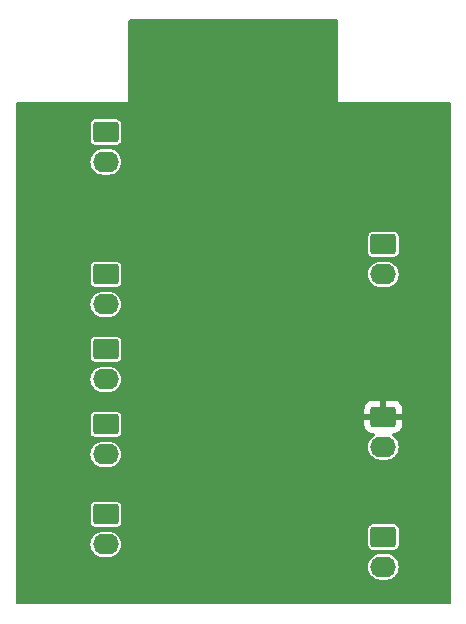
<source format=gbr>
%TF.GenerationSoftware,KiCad,Pcbnew,(6.0.1-0)*%
%TF.CreationDate,2024-04-12T07:51:10-04:00*%
%TF.ProjectId,Supertime External Trigger,53757065-7274-4696-9d65-204578746572,rev?*%
%TF.SameCoordinates,Original*%
%TF.FileFunction,Copper,L2,Bot*%
%TF.FilePolarity,Positive*%
%FSLAX46Y46*%
G04 Gerber Fmt 4.6, Leading zero omitted, Abs format (unit mm)*
G04 Created by KiCad (PCBNEW (6.0.1-0)) date 2024-04-12 07:51:10*
%MOMM*%
%LPD*%
G01*
G04 APERTURE LIST*
G04 Aperture macros list*
%AMRoundRect*
0 Rectangle with rounded corners*
0 $1 Rounding radius*
0 $2 $3 $4 $5 $6 $7 $8 $9 X,Y pos of 4 corners*
0 Add a 4 corners polygon primitive as box body*
4,1,4,$2,$3,$4,$5,$6,$7,$8,$9,$2,$3,0*
0 Add four circle primitives for the rounded corners*
1,1,$1+$1,$2,$3*
1,1,$1+$1,$4,$5*
1,1,$1+$1,$6,$7*
1,1,$1+$1,$8,$9*
0 Add four rect primitives between the rounded corners*
20,1,$1+$1,$2,$3,$4,$5,0*
20,1,$1+$1,$4,$5,$6,$7,0*
20,1,$1+$1,$6,$7,$8,$9,0*
20,1,$1+$1,$8,$9,$2,$3,0*%
G04 Aperture macros list end*
%TA.AperFunction,ComponentPad*%
%ADD10RoundRect,0.250000X-0.845000X0.620000X-0.845000X-0.620000X0.845000X-0.620000X0.845000X0.620000X0*%
%TD*%
%TA.AperFunction,ComponentPad*%
%ADD11O,2.190000X1.740000*%
%TD*%
%TA.AperFunction,ViaPad*%
%ADD12C,0.800000*%
%TD*%
G04 APERTURE END LIST*
D10*
%TO.P,Vcc1,1,Pin_1*%
%TO.N,+5V*%
X161290000Y-91440000D03*
D11*
%TO.P,Vcc1,2,Pin_2*%
%TO.N,GND*%
X161290000Y-93980000D03*
%TD*%
D10*
%TO.P,STSORT1,1,Pin_1*%
%TO.N,/Supertime Sorting*%
X137795000Y-85725000D03*
D11*
%TO.P,STSORT1,2,Pin_2*%
%TO.N,GND*%
X137795000Y-88265000D03*
%TD*%
D10*
%TO.P,1MHzOut1,1,Pin_1*%
%TO.N,/1 MHz Output*%
X161290000Y-101600000D03*
D11*
%TO.P,1MHzOut1,2,Pin_2*%
%TO.N,GND*%
X161290000Y-104140000D03*
%TD*%
D10*
%TO.P,STRS1,1,Pin_1*%
%TO.N,/Supertime Resync*%
X137795000Y-92075000D03*
D11*
%TO.P,STRS1,2,Pin_2*%
%TO.N,GND*%
X137795000Y-94615000D03*
%TD*%
D10*
%TO.P,FPGA1,1,Pin_1*%
%TO.N,/FPGA input*%
X137795000Y-79375000D03*
D11*
%TO.P,FPGA1,2,Pin_2*%
%TO.N,GND*%
X137795000Y-81915000D03*
%TD*%
%TO.P,60HzOut1,2,Pin_2*%
%TO.N,GND*%
X161290000Y-79375000D03*
D10*
%TO.P,60HzOut1,1,Pin_1*%
%TO.N,/60 Hz Output*%
X161290000Y-76835000D03*
%TD*%
%TO.P,60HzIN1,1,Pin_1*%
%TO.N,/60 Hz Trigger*%
X137795000Y-67310000D03*
D11*
%TO.P,60HzIN1,2,Pin_2*%
%TO.N,GND*%
X137795000Y-69850000D03*
%TD*%
D10*
%TO.P,1MHz1,1,Pin_1*%
%TO.N,/1 MHz Clock*%
X137795000Y-99695000D03*
D11*
%TO.P,1MHz1,2,Pin_2*%
%TO.N,GND*%
X137795000Y-102235000D03*
%TD*%
D12*
%TO.N,+5V*%
X133985000Y-74930000D03*
X152400000Y-73660000D03*
X153465000Y-96950000D03*
X150495000Y-95250000D03*
X150495000Y-66675000D03*
X153465000Y-69010000D03*
X153465000Y-83615000D03*
X150495000Y-81915000D03*
%TD*%
%TA.AperFunction,Conductor*%
%TO.N,+5V*%
G36*
X157422121Y-57805002D02*
G01*
X157468614Y-57858658D01*
X157480000Y-57911000D01*
X157480000Y-64770000D01*
X166879000Y-64770000D01*
X166947121Y-64790002D01*
X166993614Y-64843658D01*
X167005000Y-64896000D01*
X167005000Y-107189000D01*
X166984998Y-107257121D01*
X166931342Y-107303614D01*
X166879000Y-107315000D01*
X130301000Y-107315000D01*
X130232879Y-107294998D01*
X130186386Y-107241342D01*
X130175000Y-107189000D01*
X130175000Y-104132490D01*
X159989346Y-104132490D01*
X160008373Y-104341562D01*
X160067647Y-104542957D01*
X160164909Y-104729003D01*
X160296456Y-104892614D01*
X160457276Y-105027558D01*
X160462668Y-105030522D01*
X160462672Y-105030525D01*
X160477821Y-105038853D01*
X160641245Y-105128696D01*
X160841354Y-105192174D01*
X160847471Y-105192860D01*
X160847475Y-105192861D01*
X160925392Y-105201600D01*
X161004736Y-105210500D01*
X161567830Y-105210500D01*
X161723934Y-105195194D01*
X161924910Y-105134516D01*
X161941436Y-105125729D01*
X162104826Y-105038853D01*
X162104828Y-105038851D01*
X162110272Y-105035957D01*
X162170308Y-104986993D01*
X162268186Y-104907166D01*
X162268189Y-104907163D01*
X162272961Y-104903271D01*
X162276890Y-104898522D01*
X162402850Y-104746263D01*
X162402852Y-104746259D01*
X162406779Y-104741513D01*
X162506630Y-104556843D01*
X162568710Y-104356295D01*
X162570259Y-104341562D01*
X162590010Y-104153638D01*
X162590010Y-104153637D01*
X162590654Y-104147510D01*
X162571627Y-103938438D01*
X162512353Y-103737043D01*
X162415091Y-103550997D01*
X162283544Y-103387386D01*
X162122724Y-103252442D01*
X162117332Y-103249478D01*
X162117328Y-103249475D01*
X161944152Y-103154271D01*
X161938755Y-103151304D01*
X161738646Y-103087826D01*
X161732529Y-103087140D01*
X161732525Y-103087139D01*
X161654608Y-103078400D01*
X161575264Y-103069500D01*
X161012170Y-103069500D01*
X160856066Y-103084806D01*
X160655090Y-103145484D01*
X160649649Y-103148377D01*
X160475174Y-103241147D01*
X160475172Y-103241149D01*
X160469728Y-103244043D01*
X160416844Y-103287174D01*
X160311814Y-103372834D01*
X160311811Y-103372837D01*
X160307039Y-103376729D01*
X160303112Y-103381476D01*
X160303110Y-103381478D01*
X160177150Y-103533737D01*
X160177148Y-103533741D01*
X160173221Y-103538487D01*
X160073370Y-103723157D01*
X160011290Y-103923705D01*
X160010646Y-103929830D01*
X160010646Y-103929831D01*
X160009096Y-103944577D01*
X159989346Y-104132490D01*
X130175000Y-104132490D01*
X130175000Y-102227490D01*
X136494346Y-102227490D01*
X136513373Y-102436562D01*
X136572647Y-102637957D01*
X136669909Y-102824003D01*
X136801456Y-102987614D01*
X136962276Y-103122558D01*
X136967668Y-103125522D01*
X136967672Y-103125525D01*
X137140848Y-103220729D01*
X137146245Y-103223696D01*
X137346354Y-103287174D01*
X137352471Y-103287860D01*
X137352475Y-103287861D01*
X137430392Y-103296600D01*
X137509736Y-103305500D01*
X138072830Y-103305500D01*
X138228934Y-103290194D01*
X138429910Y-103229516D01*
X138587951Y-103145484D01*
X138609826Y-103133853D01*
X138609828Y-103133851D01*
X138615272Y-103130957D01*
X138690626Y-103069500D01*
X138773186Y-103002166D01*
X138773189Y-103002163D01*
X138777961Y-102998271D01*
X138781890Y-102993522D01*
X138907850Y-102841263D01*
X138907852Y-102841259D01*
X138911779Y-102836513D01*
X139011630Y-102651843D01*
X139073710Y-102451295D01*
X139075259Y-102436562D01*
X139092362Y-102273834D01*
X159994500Y-102273834D01*
X159997481Y-102305369D01*
X160042366Y-102433184D01*
X160047958Y-102440754D01*
X160047959Y-102440757D01*
X160110335Y-102525206D01*
X160122850Y-102542150D01*
X160130421Y-102547742D01*
X160224243Y-102617041D01*
X160224246Y-102617042D01*
X160231816Y-102622634D01*
X160359631Y-102667519D01*
X160367277Y-102668242D01*
X160367278Y-102668242D01*
X160373248Y-102668806D01*
X160391166Y-102670500D01*
X162188834Y-102670500D01*
X162206752Y-102668806D01*
X162212722Y-102668242D01*
X162212723Y-102668242D01*
X162220369Y-102667519D01*
X162348184Y-102622634D01*
X162355754Y-102617042D01*
X162355757Y-102617041D01*
X162449579Y-102547742D01*
X162457150Y-102542150D01*
X162469665Y-102525206D01*
X162532041Y-102440757D01*
X162532042Y-102440754D01*
X162537634Y-102433184D01*
X162582519Y-102305369D01*
X162585500Y-102273834D01*
X162585500Y-100926166D01*
X162582519Y-100894631D01*
X162537634Y-100766816D01*
X162532042Y-100759246D01*
X162532041Y-100759243D01*
X162462742Y-100665421D01*
X162457150Y-100657850D01*
X162429125Y-100637150D01*
X162355757Y-100582959D01*
X162355754Y-100582958D01*
X162348184Y-100577366D01*
X162220369Y-100532481D01*
X162212723Y-100531758D01*
X162212722Y-100531758D01*
X162206752Y-100531194D01*
X162188834Y-100529500D01*
X160391166Y-100529500D01*
X160373248Y-100531194D01*
X160367278Y-100531758D01*
X160367277Y-100531758D01*
X160359631Y-100532481D01*
X160231816Y-100577366D01*
X160224246Y-100582958D01*
X160224243Y-100582959D01*
X160150875Y-100637150D01*
X160122850Y-100657850D01*
X160117258Y-100665421D01*
X160047959Y-100759243D01*
X160047958Y-100759246D01*
X160042366Y-100766816D01*
X159997481Y-100894631D01*
X159994500Y-100926166D01*
X159994500Y-102273834D01*
X139092362Y-102273834D01*
X139095010Y-102248638D01*
X139095010Y-102248637D01*
X139095654Y-102242510D01*
X139076627Y-102033438D01*
X139017353Y-101832043D01*
X138920091Y-101645997D01*
X138788544Y-101482386D01*
X138627724Y-101347442D01*
X138622332Y-101344478D01*
X138622328Y-101344475D01*
X138449152Y-101249271D01*
X138443755Y-101246304D01*
X138243646Y-101182826D01*
X138237529Y-101182140D01*
X138237525Y-101182139D01*
X138159608Y-101173400D01*
X138080264Y-101164500D01*
X137517170Y-101164500D01*
X137361066Y-101179806D01*
X137160090Y-101240484D01*
X137154649Y-101243377D01*
X136980174Y-101336147D01*
X136980172Y-101336149D01*
X136974728Y-101339043D01*
X136969949Y-101342941D01*
X136816814Y-101467834D01*
X136816811Y-101467837D01*
X136812039Y-101471729D01*
X136808112Y-101476476D01*
X136808110Y-101476478D01*
X136682150Y-101628737D01*
X136682148Y-101628741D01*
X136678221Y-101633487D01*
X136578370Y-101818157D01*
X136516290Y-102018705D01*
X136515646Y-102024830D01*
X136515646Y-102024831D01*
X136514096Y-102039577D01*
X136494346Y-102227490D01*
X130175000Y-102227490D01*
X130175000Y-100368834D01*
X136499500Y-100368834D01*
X136502481Y-100400369D01*
X136547366Y-100528184D01*
X136552958Y-100535754D01*
X136552959Y-100535757D01*
X136615335Y-100620206D01*
X136627850Y-100637150D01*
X136635421Y-100642742D01*
X136729243Y-100712041D01*
X136729246Y-100712042D01*
X136736816Y-100717634D01*
X136864631Y-100762519D01*
X136872277Y-100763242D01*
X136872278Y-100763242D01*
X136878248Y-100763806D01*
X136896166Y-100765500D01*
X138693834Y-100765500D01*
X138711752Y-100763806D01*
X138717722Y-100763242D01*
X138717723Y-100763242D01*
X138725369Y-100762519D01*
X138853184Y-100717634D01*
X138860754Y-100712042D01*
X138860757Y-100712041D01*
X138954579Y-100642742D01*
X138962150Y-100637150D01*
X138974665Y-100620206D01*
X139037041Y-100535757D01*
X139037042Y-100535754D01*
X139042634Y-100528184D01*
X139087519Y-100400369D01*
X139090500Y-100368834D01*
X139090500Y-99021166D01*
X139087519Y-98989631D01*
X139042634Y-98861816D01*
X139037042Y-98854246D01*
X139037041Y-98854243D01*
X138967742Y-98760421D01*
X138962150Y-98752850D01*
X138945206Y-98740335D01*
X138860757Y-98677959D01*
X138860754Y-98677958D01*
X138853184Y-98672366D01*
X138725369Y-98627481D01*
X138717723Y-98626758D01*
X138717722Y-98626758D01*
X138711752Y-98626194D01*
X138693834Y-98624500D01*
X136896166Y-98624500D01*
X136878248Y-98626194D01*
X136872278Y-98626758D01*
X136872277Y-98626758D01*
X136864631Y-98627481D01*
X136736816Y-98672366D01*
X136729246Y-98677958D01*
X136729243Y-98677959D01*
X136644794Y-98740335D01*
X136627850Y-98752850D01*
X136622258Y-98760421D01*
X136552959Y-98854243D01*
X136552958Y-98854246D01*
X136547366Y-98861816D01*
X136502481Y-98989631D01*
X136499500Y-99021166D01*
X136499500Y-100368834D01*
X130175000Y-100368834D01*
X130175000Y-94607490D01*
X136494346Y-94607490D01*
X136513373Y-94816562D01*
X136515111Y-94822468D01*
X136515112Y-94822472D01*
X136530854Y-94875957D01*
X136572647Y-95017957D01*
X136669909Y-95204003D01*
X136801456Y-95367614D01*
X136962276Y-95502558D01*
X136967668Y-95505522D01*
X136967672Y-95505525D01*
X136982821Y-95513853D01*
X137146245Y-95603696D01*
X137346354Y-95667174D01*
X137352471Y-95667860D01*
X137352475Y-95667861D01*
X137430392Y-95676600D01*
X137509736Y-95685500D01*
X138072830Y-95685500D01*
X138228934Y-95670194D01*
X138429910Y-95609516D01*
X138446436Y-95600729D01*
X138609826Y-95513853D01*
X138609828Y-95513851D01*
X138615272Y-95510957D01*
X138675308Y-95461993D01*
X138773186Y-95382166D01*
X138773189Y-95382163D01*
X138777961Y-95378271D01*
X138781890Y-95373522D01*
X138907850Y-95221263D01*
X138907852Y-95221259D01*
X138911779Y-95216513D01*
X139011630Y-95031843D01*
X139073710Y-94831295D01*
X139075259Y-94816562D01*
X139095010Y-94628638D01*
X139095010Y-94628637D01*
X139095654Y-94622510D01*
X139076627Y-94413438D01*
X139073338Y-94402261D01*
X139019092Y-94217952D01*
X139017353Y-94212043D01*
X138920091Y-94025997D01*
X138788544Y-93862386D01*
X138627724Y-93727442D01*
X138622332Y-93724478D01*
X138622328Y-93724475D01*
X138449152Y-93629271D01*
X138443755Y-93626304D01*
X138243646Y-93562826D01*
X138237529Y-93562140D01*
X138237525Y-93562139D01*
X138159608Y-93553400D01*
X138080264Y-93544500D01*
X137517170Y-93544500D01*
X137361066Y-93559806D01*
X137160090Y-93620484D01*
X137154649Y-93623377D01*
X136980174Y-93716147D01*
X136980172Y-93716149D01*
X136974728Y-93719043D01*
X136969949Y-93722941D01*
X136816814Y-93847834D01*
X136816811Y-93847837D01*
X136812039Y-93851729D01*
X136808112Y-93856476D01*
X136808110Y-93856478D01*
X136682150Y-94008737D01*
X136682148Y-94008741D01*
X136678221Y-94013487D01*
X136578370Y-94198157D01*
X136516290Y-94398705D01*
X136515646Y-94404830D01*
X136515646Y-94404831D01*
X136514096Y-94419577D01*
X136494346Y-94607490D01*
X130175000Y-94607490D01*
X130175000Y-92748834D01*
X136499500Y-92748834D01*
X136502481Y-92780369D01*
X136547366Y-92908184D01*
X136552958Y-92915754D01*
X136552959Y-92915757D01*
X136566915Y-92934651D01*
X136627850Y-93017150D01*
X136635421Y-93022742D01*
X136729243Y-93092041D01*
X136729246Y-93092042D01*
X136736816Y-93097634D01*
X136864631Y-93142519D01*
X136872277Y-93143242D01*
X136872278Y-93143242D01*
X136878248Y-93143806D01*
X136896166Y-93145500D01*
X138693834Y-93145500D01*
X138711752Y-93143806D01*
X138717722Y-93143242D01*
X138717723Y-93143242D01*
X138725369Y-93142519D01*
X138853184Y-93097634D01*
X138860754Y-93092042D01*
X138860757Y-93092041D01*
X138954579Y-93022742D01*
X138962150Y-93017150D01*
X139023085Y-92934651D01*
X139037041Y-92915757D01*
X139037042Y-92915754D01*
X139042634Y-92908184D01*
X139087519Y-92780369D01*
X139090500Y-92748834D01*
X139090500Y-92107095D01*
X159687001Y-92107095D01*
X159687338Y-92113614D01*
X159697257Y-92209206D01*
X159700149Y-92222600D01*
X159751588Y-92376784D01*
X159757761Y-92389962D01*
X159843063Y-92527807D01*
X159852099Y-92539208D01*
X159966829Y-92653739D01*
X159978240Y-92662751D01*
X160116243Y-92747816D01*
X160129424Y-92753963D01*
X160283710Y-92805138D01*
X160297086Y-92808005D01*
X160391438Y-92817672D01*
X160397854Y-92818000D01*
X160464724Y-92818000D01*
X160532845Y-92838002D01*
X160579338Y-92891658D01*
X160589442Y-92961932D01*
X160559948Y-93026512D01*
X160523877Y-93055251D01*
X160475178Y-93081145D01*
X160469728Y-93084043D01*
X160459430Y-93092442D01*
X160311814Y-93212834D01*
X160311811Y-93212837D01*
X160307039Y-93216729D01*
X160303112Y-93221476D01*
X160303110Y-93221478D01*
X160177150Y-93373737D01*
X160177148Y-93373741D01*
X160173221Y-93378487D01*
X160073370Y-93563157D01*
X160011290Y-93763705D01*
X160010646Y-93769830D01*
X160010646Y-93769831D01*
X160009096Y-93784577D01*
X159989346Y-93972490D01*
X160008373Y-94181562D01*
X160010111Y-94187468D01*
X160010112Y-94187472D01*
X160015737Y-94206584D01*
X160067647Y-94382957D01*
X160164909Y-94569003D01*
X160296456Y-94732614D01*
X160457276Y-94867558D01*
X160462668Y-94870522D01*
X160462672Y-94870525D01*
X160477821Y-94878853D01*
X160641245Y-94968696D01*
X160841354Y-95032174D01*
X160847471Y-95032860D01*
X160847475Y-95032861D01*
X160925392Y-95041600D01*
X161004736Y-95050500D01*
X161567830Y-95050500D01*
X161723934Y-95035194D01*
X161924910Y-94974516D01*
X161941436Y-94965729D01*
X162104826Y-94878853D01*
X162104828Y-94878851D01*
X162110272Y-94875957D01*
X162175851Y-94822472D01*
X162268186Y-94747166D01*
X162268189Y-94747163D01*
X162272961Y-94743271D01*
X162276890Y-94738522D01*
X162402850Y-94586263D01*
X162402852Y-94586259D01*
X162406779Y-94581513D01*
X162506630Y-94396843D01*
X162568710Y-94196295D01*
X162570259Y-94181562D01*
X162590010Y-93993638D01*
X162590010Y-93993637D01*
X162590654Y-93987510D01*
X162571627Y-93778438D01*
X162557784Y-93731401D01*
X162514092Y-93582952D01*
X162512353Y-93577043D01*
X162415091Y-93390997D01*
X162283544Y-93227386D01*
X162122724Y-93092442D01*
X162117328Y-93089476D01*
X162117320Y-93089470D01*
X162053552Y-93054413D01*
X162003493Y-93004068D01*
X161988600Y-92934651D01*
X162013601Y-92868202D01*
X162070558Y-92825818D01*
X162114253Y-92817999D01*
X162182095Y-92817999D01*
X162188614Y-92817662D01*
X162284206Y-92807743D01*
X162297600Y-92804851D01*
X162451784Y-92753412D01*
X162464962Y-92747239D01*
X162602807Y-92661937D01*
X162614208Y-92652901D01*
X162728739Y-92538171D01*
X162737751Y-92526760D01*
X162822816Y-92388757D01*
X162828963Y-92375576D01*
X162880138Y-92221290D01*
X162883005Y-92207914D01*
X162892672Y-92113562D01*
X162893000Y-92107146D01*
X162893000Y-91712115D01*
X162888525Y-91696876D01*
X162887135Y-91695671D01*
X162879452Y-91694000D01*
X159705116Y-91694000D01*
X159689877Y-91698475D01*
X159688672Y-91699865D01*
X159687001Y-91707548D01*
X159687001Y-92107095D01*
X139090500Y-92107095D01*
X139090500Y-91401166D01*
X139087519Y-91369631D01*
X139042634Y-91241816D01*
X139037042Y-91234246D01*
X139037041Y-91234243D01*
X138988028Y-91167885D01*
X159687000Y-91167885D01*
X159691475Y-91183124D01*
X159692865Y-91184329D01*
X159700548Y-91186000D01*
X161017885Y-91186000D01*
X161033124Y-91181525D01*
X161034329Y-91180135D01*
X161036000Y-91172452D01*
X161036000Y-91167885D01*
X161544000Y-91167885D01*
X161548475Y-91183124D01*
X161549865Y-91184329D01*
X161557548Y-91186000D01*
X162874884Y-91186000D01*
X162890123Y-91181525D01*
X162891328Y-91180135D01*
X162892999Y-91172452D01*
X162892999Y-90772905D01*
X162892662Y-90766386D01*
X162882743Y-90670794D01*
X162879851Y-90657400D01*
X162828412Y-90503216D01*
X162822239Y-90490038D01*
X162736937Y-90352193D01*
X162727901Y-90340792D01*
X162613171Y-90226261D01*
X162601760Y-90217249D01*
X162463757Y-90132184D01*
X162450576Y-90126037D01*
X162296290Y-90074862D01*
X162282914Y-90071995D01*
X162188562Y-90062328D01*
X162182145Y-90062000D01*
X161562115Y-90062000D01*
X161546876Y-90066475D01*
X161545671Y-90067865D01*
X161544000Y-90075548D01*
X161544000Y-91167885D01*
X161036000Y-91167885D01*
X161036000Y-90080116D01*
X161031525Y-90064877D01*
X161030135Y-90063672D01*
X161022452Y-90062001D01*
X160397905Y-90062001D01*
X160391386Y-90062338D01*
X160295794Y-90072257D01*
X160282400Y-90075149D01*
X160128216Y-90126588D01*
X160115038Y-90132761D01*
X159977193Y-90218063D01*
X159965792Y-90227099D01*
X159851261Y-90341829D01*
X159842249Y-90353240D01*
X159757184Y-90491243D01*
X159751037Y-90504424D01*
X159699862Y-90658710D01*
X159696995Y-90672086D01*
X159687328Y-90766438D01*
X159687000Y-90772855D01*
X159687000Y-91167885D01*
X138988028Y-91167885D01*
X138967742Y-91140421D01*
X138962150Y-91132850D01*
X138945206Y-91120335D01*
X138860757Y-91057959D01*
X138860754Y-91057958D01*
X138853184Y-91052366D01*
X138725369Y-91007481D01*
X138717723Y-91006758D01*
X138717722Y-91006758D01*
X138711752Y-91006194D01*
X138693834Y-91004500D01*
X136896166Y-91004500D01*
X136878248Y-91006194D01*
X136872278Y-91006758D01*
X136872277Y-91006758D01*
X136864631Y-91007481D01*
X136736816Y-91052366D01*
X136729246Y-91057958D01*
X136729243Y-91057959D01*
X136644794Y-91120335D01*
X136627850Y-91132850D01*
X136622258Y-91140421D01*
X136552959Y-91234243D01*
X136552958Y-91234246D01*
X136547366Y-91241816D01*
X136502481Y-91369631D01*
X136499500Y-91401166D01*
X136499500Y-92748834D01*
X130175000Y-92748834D01*
X130175000Y-88257490D01*
X136494346Y-88257490D01*
X136513373Y-88466562D01*
X136572647Y-88667957D01*
X136669909Y-88854003D01*
X136801456Y-89017614D01*
X136962276Y-89152558D01*
X136967668Y-89155522D01*
X136967672Y-89155525D01*
X136982821Y-89163853D01*
X137146245Y-89253696D01*
X137346354Y-89317174D01*
X137352471Y-89317860D01*
X137352475Y-89317861D01*
X137430392Y-89326600D01*
X137509736Y-89335500D01*
X138072830Y-89335500D01*
X138228934Y-89320194D01*
X138429910Y-89259516D01*
X138446436Y-89250729D01*
X138609826Y-89163853D01*
X138609828Y-89163851D01*
X138615272Y-89160957D01*
X138675308Y-89111993D01*
X138773186Y-89032166D01*
X138773189Y-89032163D01*
X138777961Y-89028271D01*
X138781890Y-89023522D01*
X138907850Y-88871263D01*
X138907852Y-88871259D01*
X138911779Y-88866513D01*
X139011630Y-88681843D01*
X139073710Y-88481295D01*
X139075259Y-88466562D01*
X139095010Y-88278638D01*
X139095010Y-88278637D01*
X139095654Y-88272510D01*
X139076627Y-88063438D01*
X139017353Y-87862043D01*
X138920091Y-87675997D01*
X138788544Y-87512386D01*
X138627724Y-87377442D01*
X138622332Y-87374478D01*
X138622328Y-87374475D01*
X138449152Y-87279271D01*
X138443755Y-87276304D01*
X138243646Y-87212826D01*
X138237529Y-87212140D01*
X138237525Y-87212139D01*
X138159608Y-87203400D01*
X138080264Y-87194500D01*
X137517170Y-87194500D01*
X137361066Y-87209806D01*
X137160090Y-87270484D01*
X137154649Y-87273377D01*
X136980174Y-87366147D01*
X136980172Y-87366149D01*
X136974728Y-87369043D01*
X136969949Y-87372941D01*
X136816814Y-87497834D01*
X136816811Y-87497837D01*
X136812039Y-87501729D01*
X136808112Y-87506476D01*
X136808110Y-87506478D01*
X136682150Y-87658737D01*
X136682148Y-87658741D01*
X136678221Y-87663487D01*
X136578370Y-87848157D01*
X136516290Y-88048705D01*
X136515646Y-88054830D01*
X136515646Y-88054831D01*
X136514096Y-88069577D01*
X136494346Y-88257490D01*
X130175000Y-88257490D01*
X130175000Y-86398834D01*
X136499500Y-86398834D01*
X136502481Y-86430369D01*
X136547366Y-86558184D01*
X136552958Y-86565754D01*
X136552959Y-86565757D01*
X136615335Y-86650206D01*
X136627850Y-86667150D01*
X136635421Y-86672742D01*
X136729243Y-86742041D01*
X136729246Y-86742042D01*
X136736816Y-86747634D01*
X136864631Y-86792519D01*
X136872277Y-86793242D01*
X136872278Y-86793242D01*
X136878248Y-86793806D01*
X136896166Y-86795500D01*
X138693834Y-86795500D01*
X138711752Y-86793806D01*
X138717722Y-86793242D01*
X138717723Y-86793242D01*
X138725369Y-86792519D01*
X138853184Y-86747634D01*
X138860754Y-86742042D01*
X138860757Y-86742041D01*
X138954579Y-86672742D01*
X138962150Y-86667150D01*
X138974665Y-86650206D01*
X139037041Y-86565757D01*
X139037042Y-86565754D01*
X139042634Y-86558184D01*
X139087519Y-86430369D01*
X139090500Y-86398834D01*
X139090500Y-85051166D01*
X139087519Y-85019631D01*
X139042634Y-84891816D01*
X139037042Y-84884246D01*
X139037041Y-84884243D01*
X138967742Y-84790421D01*
X138962150Y-84782850D01*
X138945206Y-84770335D01*
X138860757Y-84707959D01*
X138860754Y-84707958D01*
X138853184Y-84702366D01*
X138725369Y-84657481D01*
X138717723Y-84656758D01*
X138717722Y-84656758D01*
X138711752Y-84656194D01*
X138693834Y-84654500D01*
X136896166Y-84654500D01*
X136878248Y-84656194D01*
X136872278Y-84656758D01*
X136872277Y-84656758D01*
X136864631Y-84657481D01*
X136736816Y-84702366D01*
X136729246Y-84707958D01*
X136729243Y-84707959D01*
X136644794Y-84770335D01*
X136627850Y-84782850D01*
X136622258Y-84790421D01*
X136552959Y-84884243D01*
X136552958Y-84884246D01*
X136547366Y-84891816D01*
X136502481Y-85019631D01*
X136499500Y-85051166D01*
X136499500Y-86398834D01*
X130175000Y-86398834D01*
X130175000Y-81907490D01*
X136494346Y-81907490D01*
X136513373Y-82116562D01*
X136572647Y-82317957D01*
X136669909Y-82504003D01*
X136801456Y-82667614D01*
X136962276Y-82802558D01*
X136967668Y-82805522D01*
X136967672Y-82805525D01*
X136982821Y-82813853D01*
X137146245Y-82903696D01*
X137346354Y-82967174D01*
X137352471Y-82967860D01*
X137352475Y-82967861D01*
X137430392Y-82976600D01*
X137509736Y-82985500D01*
X138072830Y-82985500D01*
X138228934Y-82970194D01*
X138429910Y-82909516D01*
X138446436Y-82900729D01*
X138609826Y-82813853D01*
X138609828Y-82813851D01*
X138615272Y-82810957D01*
X138675308Y-82761993D01*
X138773186Y-82682166D01*
X138773189Y-82682163D01*
X138777961Y-82678271D01*
X138781890Y-82673522D01*
X138907850Y-82521263D01*
X138907852Y-82521259D01*
X138911779Y-82516513D01*
X139011630Y-82331843D01*
X139073710Y-82131295D01*
X139075259Y-82116562D01*
X139095010Y-81928638D01*
X139095010Y-81928637D01*
X139095654Y-81922510D01*
X139076627Y-81713438D01*
X139017353Y-81512043D01*
X138920091Y-81325997D01*
X138788544Y-81162386D01*
X138627724Y-81027442D01*
X138622332Y-81024478D01*
X138622328Y-81024475D01*
X138449152Y-80929271D01*
X138443755Y-80926304D01*
X138243646Y-80862826D01*
X138237529Y-80862140D01*
X138237525Y-80862139D01*
X138159608Y-80853400D01*
X138080264Y-80844500D01*
X137517170Y-80844500D01*
X137361066Y-80859806D01*
X137160090Y-80920484D01*
X137154649Y-80923377D01*
X136980174Y-81016147D01*
X136980172Y-81016149D01*
X136974728Y-81019043D01*
X136969949Y-81022941D01*
X136816814Y-81147834D01*
X136816811Y-81147837D01*
X136812039Y-81151729D01*
X136808112Y-81156476D01*
X136808110Y-81156478D01*
X136682150Y-81308737D01*
X136682148Y-81308741D01*
X136678221Y-81313487D01*
X136578370Y-81498157D01*
X136516290Y-81698705D01*
X136515646Y-81704830D01*
X136515646Y-81704831D01*
X136514096Y-81719577D01*
X136494346Y-81907490D01*
X130175000Y-81907490D01*
X130175000Y-80048834D01*
X136499500Y-80048834D01*
X136502481Y-80080369D01*
X136547366Y-80208184D01*
X136552958Y-80215754D01*
X136552959Y-80215757D01*
X136584603Y-80258599D01*
X136627850Y-80317150D01*
X136635421Y-80322742D01*
X136729243Y-80392041D01*
X136729246Y-80392042D01*
X136736816Y-80397634D01*
X136864631Y-80442519D01*
X136872277Y-80443242D01*
X136872278Y-80443242D01*
X136878248Y-80443806D01*
X136896166Y-80445500D01*
X138693834Y-80445500D01*
X138711752Y-80443806D01*
X138717722Y-80443242D01*
X138717723Y-80443242D01*
X138725369Y-80442519D01*
X138853184Y-80397634D01*
X138860754Y-80392042D01*
X138860757Y-80392041D01*
X138954579Y-80322742D01*
X138962150Y-80317150D01*
X139005397Y-80258599D01*
X139037041Y-80215757D01*
X139037042Y-80215754D01*
X139042634Y-80208184D01*
X139087519Y-80080369D01*
X139090500Y-80048834D01*
X139090500Y-79367490D01*
X159989346Y-79367490D01*
X160008373Y-79576562D01*
X160067647Y-79777957D01*
X160164909Y-79964003D01*
X160296456Y-80127614D01*
X160457276Y-80262558D01*
X160462668Y-80265522D01*
X160462672Y-80265525D01*
X160556578Y-80317150D01*
X160641245Y-80363696D01*
X160841354Y-80427174D01*
X160847471Y-80427860D01*
X160847475Y-80427861D01*
X160925392Y-80436600D01*
X161004736Y-80445500D01*
X161567830Y-80445500D01*
X161723934Y-80430194D01*
X161924910Y-80369516D01*
X162037635Y-80309579D01*
X162104826Y-80273853D01*
X162104828Y-80273851D01*
X162110272Y-80270957D01*
X162198131Y-80199301D01*
X162268186Y-80142166D01*
X162268189Y-80142163D01*
X162272961Y-80138271D01*
X162276890Y-80133522D01*
X162402850Y-79981263D01*
X162402852Y-79981259D01*
X162406779Y-79976513D01*
X162506630Y-79791843D01*
X162568710Y-79591295D01*
X162570259Y-79576562D01*
X162590010Y-79388638D01*
X162590010Y-79388637D01*
X162590654Y-79382510D01*
X162571627Y-79173438D01*
X162512353Y-78972043D01*
X162415091Y-78785997D01*
X162283544Y-78622386D01*
X162122724Y-78487442D01*
X162117332Y-78484478D01*
X162117328Y-78484475D01*
X161944152Y-78389271D01*
X161938755Y-78386304D01*
X161738646Y-78322826D01*
X161732529Y-78322140D01*
X161732525Y-78322139D01*
X161654608Y-78313400D01*
X161575264Y-78304500D01*
X161012170Y-78304500D01*
X160856066Y-78319806D01*
X160655090Y-78380484D01*
X160649649Y-78383377D01*
X160475174Y-78476147D01*
X160475172Y-78476149D01*
X160469728Y-78479043D01*
X160464949Y-78482941D01*
X160311814Y-78607834D01*
X160311811Y-78607837D01*
X160307039Y-78611729D01*
X160303112Y-78616476D01*
X160303110Y-78616478D01*
X160177150Y-78768737D01*
X160177148Y-78768741D01*
X160173221Y-78773487D01*
X160073370Y-78958157D01*
X160011290Y-79158705D01*
X160010646Y-79164830D01*
X160010646Y-79164831D01*
X160009096Y-79179577D01*
X159989346Y-79367490D01*
X139090500Y-79367490D01*
X139090500Y-78701166D01*
X139087519Y-78669631D01*
X139042634Y-78541816D01*
X139037042Y-78534246D01*
X139037041Y-78534243D01*
X138967742Y-78440421D01*
X138962150Y-78432850D01*
X138903149Y-78389271D01*
X138860757Y-78357959D01*
X138860754Y-78357958D01*
X138853184Y-78352366D01*
X138725369Y-78307481D01*
X138717723Y-78306758D01*
X138717722Y-78306758D01*
X138711752Y-78306194D01*
X138693834Y-78304500D01*
X136896166Y-78304500D01*
X136878248Y-78306194D01*
X136872278Y-78306758D01*
X136872277Y-78306758D01*
X136864631Y-78307481D01*
X136736816Y-78352366D01*
X136729246Y-78357958D01*
X136729243Y-78357959D01*
X136686851Y-78389271D01*
X136627850Y-78432850D01*
X136622258Y-78440421D01*
X136552959Y-78534243D01*
X136552958Y-78534246D01*
X136547366Y-78541816D01*
X136502481Y-78669631D01*
X136499500Y-78701166D01*
X136499500Y-80048834D01*
X130175000Y-80048834D01*
X130175000Y-77508834D01*
X159994500Y-77508834D01*
X159997481Y-77540369D01*
X160042366Y-77668184D01*
X160047958Y-77675754D01*
X160047959Y-77675757D01*
X160110335Y-77760206D01*
X160122850Y-77777150D01*
X160130421Y-77782742D01*
X160224243Y-77852041D01*
X160224246Y-77852042D01*
X160231816Y-77857634D01*
X160359631Y-77902519D01*
X160367277Y-77903242D01*
X160367278Y-77903242D01*
X160373248Y-77903806D01*
X160391166Y-77905500D01*
X162188834Y-77905500D01*
X162206752Y-77903806D01*
X162212722Y-77903242D01*
X162212723Y-77903242D01*
X162220369Y-77902519D01*
X162348184Y-77857634D01*
X162355754Y-77852042D01*
X162355757Y-77852041D01*
X162449579Y-77782742D01*
X162457150Y-77777150D01*
X162469665Y-77760206D01*
X162532041Y-77675757D01*
X162532042Y-77675754D01*
X162537634Y-77668184D01*
X162582519Y-77540369D01*
X162585500Y-77508834D01*
X162585500Y-76161166D01*
X162582519Y-76129631D01*
X162537634Y-76001816D01*
X162532042Y-75994246D01*
X162532041Y-75994243D01*
X162462742Y-75900421D01*
X162457150Y-75892850D01*
X162440206Y-75880335D01*
X162355757Y-75817959D01*
X162355754Y-75817958D01*
X162348184Y-75812366D01*
X162220369Y-75767481D01*
X162212723Y-75766758D01*
X162212722Y-75766758D01*
X162206752Y-75766194D01*
X162188834Y-75764500D01*
X160391166Y-75764500D01*
X160373248Y-75766194D01*
X160367278Y-75766758D01*
X160367277Y-75766758D01*
X160359631Y-75767481D01*
X160231816Y-75812366D01*
X160224246Y-75817958D01*
X160224243Y-75817959D01*
X160139794Y-75880335D01*
X160122850Y-75892850D01*
X160117258Y-75900421D01*
X160047959Y-75994243D01*
X160047958Y-75994246D01*
X160042366Y-76001816D01*
X159997481Y-76129631D01*
X159994500Y-76161166D01*
X159994500Y-77508834D01*
X130175000Y-77508834D01*
X130175000Y-69842490D01*
X136494346Y-69842490D01*
X136513373Y-70051562D01*
X136572647Y-70252957D01*
X136669909Y-70439003D01*
X136801456Y-70602614D01*
X136962276Y-70737558D01*
X136967668Y-70740522D01*
X136967672Y-70740525D01*
X136982821Y-70748853D01*
X137146245Y-70838696D01*
X137346354Y-70902174D01*
X137352471Y-70902860D01*
X137352475Y-70902861D01*
X137430392Y-70911600D01*
X137509736Y-70920500D01*
X138072830Y-70920500D01*
X138228934Y-70905194D01*
X138429910Y-70844516D01*
X138446436Y-70835729D01*
X138609826Y-70748853D01*
X138609828Y-70748851D01*
X138615272Y-70745957D01*
X138675308Y-70696993D01*
X138773186Y-70617166D01*
X138773189Y-70617163D01*
X138777961Y-70613271D01*
X138781890Y-70608522D01*
X138907850Y-70456263D01*
X138907852Y-70456259D01*
X138911779Y-70451513D01*
X139011630Y-70266843D01*
X139073710Y-70066295D01*
X139075259Y-70051562D01*
X139095010Y-69863638D01*
X139095010Y-69863637D01*
X139095654Y-69857510D01*
X139076627Y-69648438D01*
X139017353Y-69447043D01*
X138920091Y-69260997D01*
X138788544Y-69097386D01*
X138627724Y-68962442D01*
X138622332Y-68959478D01*
X138622328Y-68959475D01*
X138449152Y-68864271D01*
X138443755Y-68861304D01*
X138243646Y-68797826D01*
X138237529Y-68797140D01*
X138237525Y-68797139D01*
X138159608Y-68788400D01*
X138080264Y-68779500D01*
X137517170Y-68779500D01*
X137361066Y-68794806D01*
X137160090Y-68855484D01*
X137154649Y-68858377D01*
X136980174Y-68951147D01*
X136980172Y-68951149D01*
X136974728Y-68954043D01*
X136969949Y-68957941D01*
X136816814Y-69082834D01*
X136816811Y-69082837D01*
X136812039Y-69086729D01*
X136808112Y-69091476D01*
X136808110Y-69091478D01*
X136682150Y-69243737D01*
X136682148Y-69243741D01*
X136678221Y-69248487D01*
X136578370Y-69433157D01*
X136516290Y-69633705D01*
X136515646Y-69639830D01*
X136515646Y-69639831D01*
X136514096Y-69654577D01*
X136494346Y-69842490D01*
X130175000Y-69842490D01*
X130175000Y-67983834D01*
X136499500Y-67983834D01*
X136502481Y-68015369D01*
X136547366Y-68143184D01*
X136552958Y-68150754D01*
X136552959Y-68150757D01*
X136615335Y-68235206D01*
X136627850Y-68252150D01*
X136635421Y-68257742D01*
X136729243Y-68327041D01*
X136729246Y-68327042D01*
X136736816Y-68332634D01*
X136864631Y-68377519D01*
X136872277Y-68378242D01*
X136872278Y-68378242D01*
X136878248Y-68378806D01*
X136896166Y-68380500D01*
X138693834Y-68380500D01*
X138711752Y-68378806D01*
X138717722Y-68378242D01*
X138717723Y-68378242D01*
X138725369Y-68377519D01*
X138853184Y-68332634D01*
X138860754Y-68327042D01*
X138860757Y-68327041D01*
X138954579Y-68257742D01*
X138962150Y-68252150D01*
X138974665Y-68235206D01*
X139037041Y-68150757D01*
X139037042Y-68150754D01*
X139042634Y-68143184D01*
X139087519Y-68015369D01*
X139090500Y-67983834D01*
X139090500Y-66636166D01*
X139087519Y-66604631D01*
X139042634Y-66476816D01*
X139037042Y-66469246D01*
X139037041Y-66469243D01*
X138967742Y-66375421D01*
X138962150Y-66367850D01*
X138945206Y-66355335D01*
X138860757Y-66292959D01*
X138860754Y-66292958D01*
X138853184Y-66287366D01*
X138725369Y-66242481D01*
X138717723Y-66241758D01*
X138717722Y-66241758D01*
X138711752Y-66241194D01*
X138693834Y-66239500D01*
X136896166Y-66239500D01*
X136878248Y-66241194D01*
X136872278Y-66241758D01*
X136872277Y-66241758D01*
X136864631Y-66242481D01*
X136736816Y-66287366D01*
X136729246Y-66292958D01*
X136729243Y-66292959D01*
X136644794Y-66355335D01*
X136627850Y-66367850D01*
X136622258Y-66375421D01*
X136552959Y-66469243D01*
X136552958Y-66469246D01*
X136547366Y-66476816D01*
X136502481Y-66604631D01*
X136499500Y-66636166D01*
X136499500Y-67983834D01*
X130175000Y-67983834D01*
X130175000Y-64896000D01*
X130195002Y-64827879D01*
X130248658Y-64781386D01*
X130301000Y-64770000D01*
X139700000Y-64770000D01*
X139700000Y-57911000D01*
X139720002Y-57842879D01*
X139773658Y-57796386D01*
X139826000Y-57785000D01*
X157354000Y-57785000D01*
X157422121Y-57805002D01*
G37*
%TD.AperFunction*%
%TD*%
M02*

</source>
